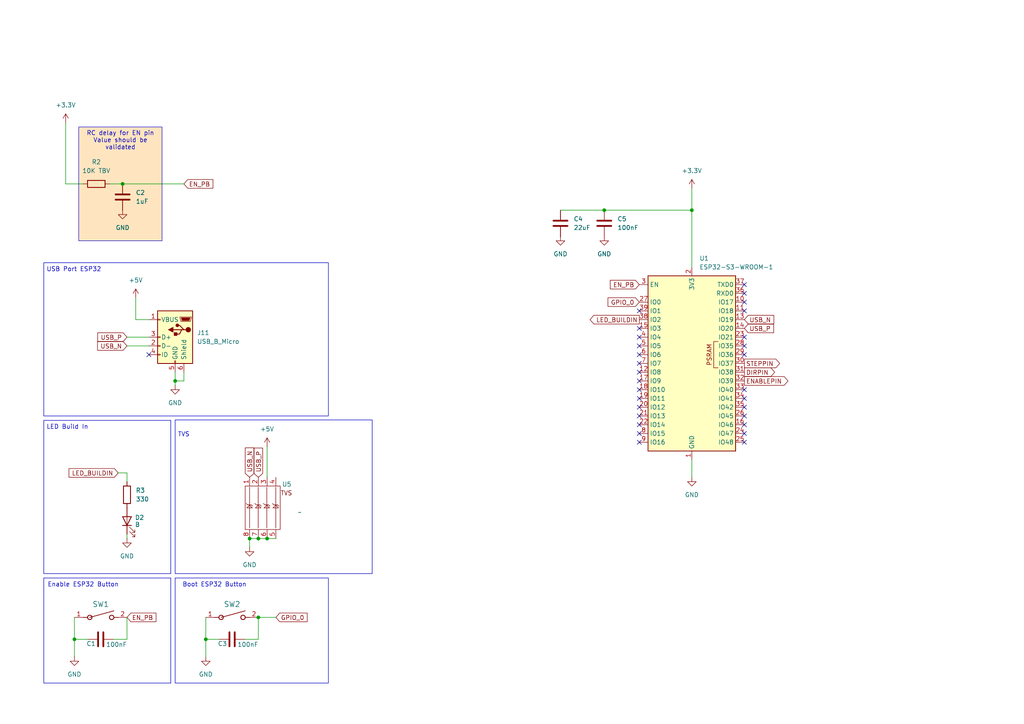
<source format=kicad_sch>
(kicad_sch (version 20231120) (generator "eeschema") (generator_version "8.0")
  (paper "A4")
  (lib_symbols
    (symbol "Connector:USB_B_Micro" (pin_names (offset 1.016))
      (property "Reference" "J" (at -5.08 11.43 0))
      (property "Value" "USB_B_Micro" (at -5.08 8.89 0))
      (symbol "USB_B_Micro_0_1"
        (rectangle (start -5.08 -7.62) (end 5.08 7.62) (stroke (width 0.254)) (fill (type background)))
        (circle (center -3.81 2.159) (radius 0.635) (stroke (width 0.254)) (fill (type outline)))
        (circle (center -0.635 3.429) (radius 0.381) (stroke (width 0.254)) (fill (type outline)))
        (rectangle (start -0.127 -7.62) (end 0.127 -6.858))
        (polyline (pts (xy -1.905 2.159) (xy 0.635 2.159)) (stroke (width 0.254)))
        (polyline (pts (xy -3.175 2.159) (xy -2.54 2.159) (xy -1.27 3.429) (xy -0.635 3.429)) (stroke (width 0.254)))
        (polyline (pts (xy -2.54 2.159) (xy -1.905 2.159) (xy -1.27 0.889) (xy 0 0.889)) (stroke (width 0.254)))
        (polyline (pts (xy 0.635 2.794) (xy 0.635 1.524) (xy 1.905 2.159) (xy 0.635 2.794)) (stroke (width 0.254)) (fill (type outline)))
        (polyline (pts (xy -4.318 5.588) (xy -1.778 5.588) (xy -2.032 4.826) (xy -4.064 4.826) (xy -4.318 5.588)) (fill (type outline)))
        (polyline (pts (xy -4.699 5.842) (xy -4.699 5.588) (xy -4.445 4.826) (xy -4.445 4.572) (xy -1.651 4.572) (xy -1.651 4.826) (xy -1.397 5.588) (xy -1.397 5.842) (xy -4.699 5.842)))
        (rectangle (start 0.254 1.27) (end -0.508 0.508) (stroke (width 0.254)) (fill (type outline)))
        (rectangle (start 5.08 -5.207) (end 4.318 -4.953))
        (rectangle (start 5.08 -2.667) (end 4.318 -2.413))
        (rectangle (start 5.08 -0.127) (end 4.318 0.127))
        (rectangle (start 5.08 4.953) (end 4.318 5.207))
      )
      (symbol "USB_B_Micro_1_1"
        (pin power_out line (at 7.62 5.08 180) (length 2.54) (name "VBUS") (number "1"))
        (pin bidirectional line (at 7.62 -2.54 180) (length 2.54) (name "D-") (number "2"))
        (pin bidirectional line (at 7.62 0 180) (length 2.54) (name "D+") (number "3"))
        (pin passive line (at 7.62 -5.08 180) (length 2.54) (name "ID") (number "4"))
        (pin power_out line (at 0 -10.16 90) (length 2.54) (name "GND") (number "5"))
        (pin passive line (at -2.54 -10.16 90) (length 2.54) (name "Shield") (number "6"))
      )
    )
    (symbol "Device:C" (pin_numbers hide) (pin_names (offset 0.254))
      (property "Reference" "C" (at 0.635 2.54 0))
      (property "Value" "C" (at 0.635 -2.54 0))
      (symbol "C_0_1"
        (polyline (pts (xy -2.032 -0.762) (xy 2.032 -0.762)) (stroke (width 0.508)))
        (polyline (pts (xy -2.032 0.762) (xy 2.032 0.762)) (stroke (width 0.508)))
      )
      (symbol "C_1_1"
        (pin passive line (at 0 3.81 270) (length 2.794) (name "~") (number "1"))
        (pin passive line (at 0 -3.81 90) (length 2.794) (name "~") (number "2"))
      )
    )
    (symbol "Device:LED" (pin_numbers hide) (pin_names (offset 1.016) hide)
      (property "Reference" "D" (at 0 2.54 0))
      (property "Value" "LED" (at 0 -2.54 0))
      (symbol "LED_0_1"
        (polyline (pts (xy -1.27 -1.27) (xy -1.27 1.27)) (stroke (width 0.254)))
        (polyline (pts (xy -1.27 0) (xy 1.27 0)))
        (polyline (pts (xy 1.27 -1.27) (xy 1.27 1.27) (xy -1.27 0) (xy 1.27 -1.27)) (stroke (width 0.254)))
        (polyline (pts (xy -3.048 -0.762) (xy -4.572 -2.286) (xy -3.81 -2.286) (xy -4.572 -2.286) (xy -4.572 -1.524)))
        (polyline (pts (xy -1.778 -0.762) (xy -3.302 -2.286) (xy -2.54 -2.286) (xy -3.302 -2.286) (xy -3.302 -1.524)))
      )
      (symbol "LED_1_1"
        (pin passive line (at -3.81 0 0) (length 2.54) (name "K") (number "1"))
        (pin passive line (at 3.81 0 180) (length 2.54) (name "A") (number "2"))
      )
    )
    (symbol "Device:R" (pin_numbers hide) (pin_names (offset 0))
      (property "Reference" "R" (at 2.032 0 90))
      (property "Value" "R" (at 0 0 90))
      (symbol "R_0_1"
        (rectangle (start -1.016 -2.54) (end 1.016 2.54) (stroke (width 0.254)))
      )
      (symbol "R_1_1"
        (pin passive line (at 0 3.81 270) (length 1.27) (name "~") (number "1"))
        (pin passive line (at 0 -3.81 90) (length 1.27) (name "~") (number "2"))
      )
    )
    (symbol "New_Library:TVS"
      (property "Reference" "U" (at 1.27 0 0))
      (symbol "TVS_0_1"
        (rectangle (start -10.17 0) (end -0.01 -12.61))
      )
      (symbol "TVS_1_1"
        (polyline (pts (xy -8.89 -0.34) (xy -8.89 -12.14)))
        (polyline (pts (xy -6.39 -0.34) (xy -6.39 -12.14)))
        (polyline (pts (xy -3.89 -0.34) (xy -3.89 -12.14)))
        (polyline (pts (xy -1.29 -0.34) (xy -1.29 -12.14)))
        (polyline (pts (xy -9.89 -5.04) (xy -9.49 -5.44) (xy -8.39 -5.44) (xy -7.99 -5.84)))
        (polyline (pts (xy -9.69 -6.34) (xy -8.09 -6.34) (xy -8.89 -5.54) (xy -9.69 -6.34)))
        (polyline (pts (xy -7.39 -5.04) (xy -6.99 -5.44) (xy -5.89 -5.44) (xy -5.49 -5.84)))
        (polyline (pts (xy -7.19 -6.34) (xy -5.59 -6.34) (xy -6.39 -5.54) (xy -7.19 -6.34)))
        (polyline (pts (xy -4.89 -5.04) (xy -4.49 -5.44) (xy -3.39 -5.44) (xy -2.99 -5.84)))
        (polyline (pts (xy -4.69 -6.34) (xy -3.09 -6.34) (xy -3.89 -5.54) (xy -4.69 -6.34)))
        (polyline (pts (xy -2.29 -5.04) (xy -1.89 -5.44) (xy -0.79 -5.44) (xy -0.39 -5.84)))
        (polyline (pts (xy -2.09 -6.34) (xy -0.49 -6.34) (xy -1.29 -5.54) (xy -2.09 -6.34)))
        (text "TVS\n" (at 1.778 -2.032 0) (effects (font (size 1.27 1.27))))
        (pin unspecified line (at -8.89 2.54 270) (length 2.54) (name "") (number "1"))
        (pin unspecified line (at -6.35 2.54 270) (length 2.54) (name "") (number "2"))
        (pin unspecified line (at -3.81 2.54 270) (length 2.54) (name "") (number "3"))
        (pin unspecified line (at -1.27 2.54 270) (length 2.54) (name "") (number "4"))
        (pin unspecified line (at -1.27 -15.24 90) (length 2.54) (name "") (number "5"))
        (pin unspecified line (at -3.81 -15.24 90) (length 2.54) (name "") (number "6"))
        (pin unspecified line (at -6.35 -15.24 90) (length 2.54) (name "") (number "7"))
        (pin unspecified line (at -8.89 -15.24 90) (length 2.54) (name "") (number "8"))
      )
    )
    (symbol "RF_Module:ESP32-S3-WROOM-1"
      (property "Reference" "U" (at -12.7 26.67 0))
      (property "Value" "ESP32-S3-WROOM-1" (at 12.7 26.67 0))
      (symbol "ESP32-S3-WROOM-1_0_0"
        (rectangle (start -12.7 25.4) (end 12.7 -25.4) (stroke (width 0.254)) (fill (type background)))
        (text "PSRAM" (at 5.08 2.54 900) (effects (font (size 1.27 1.27))))
      )
      (symbol "ESP32-S3-WROOM-1_0_1"
        (polyline (pts (xy 7.62 -1.27) (xy 6.35 -1.27) (xy 6.35 6.35) (xy 7.62 6.35)))
      )
      (symbol "ESP32-S3-WROOM-1_1_1"
        (pin power_in line (at 0 -27.94 90) (length 2.54) (name "GND") (number "1"))
        (pin bidirectional line (at 15.24 17.78 180) (length 2.54) (name "IO17") (number "10"))
        (pin bidirectional line (at 15.24 15.24 180) (length 2.54) (name "IO18") (number "11"))
        (pin bidirectional line (at -15.24 -2.54 0) (length 2.54) (name "IO8") (number "12"))
        (pin bidirectional line (at 15.24 12.7 180) (length 2.54) (name "IO19") (number "13"))
        (pin bidirectional line (at 15.24 10.16 180) (length 2.54) (name "IO20") (number "14"))
        (pin bidirectional line (at -15.24 10.16 0) (length 2.54) (name "IO3") (number "15"))
        (pin bidirectional line (at 15.24 -17.78 180) (length 2.54) (name "IO46") (number "16"))
        (pin bidirectional line (at -15.24 -5.08 0) (length 2.54) (name "IO9") (number "17"))
        (pin bidirectional line (at -15.24 -7.62 0) (length 2.54) (name "IO10") (number "18"))
        (pin bidirectional line (at -15.24 -10.16 0) (length 2.54) (name "IO11") (number "19"))
        (pin power_in line (at 0 27.94 270) (length 2.54) (name "3V3") (number "2"))
        (pin bidirectional line (at -15.24 -12.7 0) (length 2.54) (name "IO12") (number "20"))
        (pin bidirectional line (at -15.24 -15.24 0) (length 2.54) (name "IO13") (number "21"))
        (pin bidirectional line (at -15.24 -17.78 0) (length 2.54) (name "IO14") (number "22"))
        (pin bidirectional line (at 15.24 7.62 180) (length 2.54) (name "IO21") (number "23"))
        (pin bidirectional line (at 15.24 -20.32 180) (length 2.54) (name "IO47") (number "24"))
        (pin bidirectional line (at 15.24 -22.86 180) (length 2.54) (name "IO48") (number "25"))
        (pin bidirectional line (at 15.24 -15.24 180) (length 2.54) (name "IO45") (number "26"))
        (pin bidirectional line (at -15.24 17.78 0) (length 2.54) (name "IO0") (number "27"))
        (pin bidirectional line (at 15.24 5.08 180) (length 2.54) (name "IO35") (number "28"))
        (pin bidirectional line (at 15.24 2.54 180) (length 2.54) (name "IO36") (number "29"))
        (pin input line (at -15.24 22.86 0) (length 2.54) (name "EN") (number "3"))
        (pin bidirectional line (at 15.24 0 180) (length 2.54) (name "IO37") (number "30"))
        (pin bidirectional line (at 15.24 -2.54 180) (length 2.54) (name "IO38") (number "31"))
        (pin bidirectional line (at 15.24 -5.08 180) (length 2.54) (name "IO39") (number "32"))
        (pin bidirectional line (at 15.24 -7.62 180) (length 2.54) (name "IO40") (number "33"))
        (pin bidirectional line (at 15.24 -10.16 180) (length 2.54) (name "IO41") (number "34"))
        (pin bidirectional line (at 15.24 -12.7 180) (length 2.54) (name "IO42") (number "35"))
        (pin bidirectional line (at 15.24 20.32 180) (length 2.54) (name "RXD0") (number "36"))
        (pin bidirectional line (at 15.24 22.86 180) (length 2.54) (name "TXD0") (number "37"))
        (pin bidirectional line (at -15.24 12.7 0) (length 2.54) (name "IO2") (number "38"))
        (pin bidirectional line (at -15.24 15.24 0) (length 2.54) (name "IO1") (number "39"))
        (pin bidirectional line (at -15.24 7.62 0) (length 2.54) (name "IO4") (number "4"))
        (pin passive line (at 0 -27.94 90) (length 2.54) hide (name "GND") (number "40"))
        (pin passive line (at 0 -27.94 90) (length 2.54) hide (name "GND") (number "41"))
        (pin bidirectional line (at -15.24 5.08 0) (length 2.54) (name "IO5") (number "5"))
        (pin bidirectional line (at -15.24 2.54 0) (length 2.54) (name "IO6") (number "6"))
        (pin bidirectional line (at -15.24 0 0) (length 2.54) (name "IO7") (number "7"))
        (pin bidirectional line (at -15.24 -20.32 0) (length 2.54) (name "IO15") (number "8"))
        (pin bidirectional line (at -15.24 -22.86 0) (length 2.54) (name "IO16") (number "9"))
      )
    )
    (symbol "TS09_63_25_WT_160_SMT_TR:TS09-63-25-WT-160-SMT-TR" (pin_names (offset 0.254))
      (property "Reference" "SW" (at 7.62 3.81 0))
      (symbol "TS09-63-25-WT-160-SMT-TR_0_1"
        (polyline (pts (xy 2.54 0) (xy 3.81 0)) (stroke (width 0.2032)))
        (polyline (pts (xy 4.445 0) (xy 11.43 1.905)) (stroke (width 0.2032)))
        (polyline (pts (xy 12.7 0) (xy 11.43 0)) (stroke (width 0.2032)))
        (circle (center 4.445 0) (radius 0.635) (stroke (width 0.254)))
        (circle (center 10.795 0) (radius 0.635) (stroke (width 0.254)))
      )
      (symbol "TS09-63-25-WT-160-SMT-TR_1_1"
        (pin unspecified line (at 0 0 0) (length 2.54) (name "") (number "1"))
        (pin unspecified line (at 15.24 0 180) (length 2.54) (name "") (number "2"))
      )
    )
    (symbol "power:+3.3V" (power) (pin_numbers hide) (pin_names (offset 0) hide)
      (property "Value" "+3.3V" (at 0 3.556 0))
      (symbol "+3.3V_0_1"
        (polyline (pts (xy -0.762 1.27) (xy 0 2.54)))
        (polyline (pts (xy 0 0) (xy 0 2.54)))
        (polyline (pts (xy 0 2.54) (xy 0.762 1.27)))
      )
      (symbol "+3.3V_1_1"
        (pin power_in line (at 0 0 90) (length 0) (name "~") (number "1"))
      )
    )
    (symbol "power:+5V" (power) (pin_numbers hide) (pin_names (offset 0) hide)
      (property "Value" "+5V" (at 0 3.556 0))
      (symbol "+5V_0_1"
        (polyline (pts (xy -0.762 1.27) (xy 0 2.54)))
        (polyline (pts (xy 0 0) (xy 0 2.54)))
        (polyline (pts (xy 0 2.54) (xy 0.762 1.27)))
      )
      (symbol "+5V_1_1"
        (pin power_in line (at 0 0 90) (length 0) (name "~") (number "1"))
      )
    )
    (symbol "power:GND" (power) (pin_numbers hide) (pin_names (offset 0) hide)
      (property "Value" "GND" (at 0 -3.81 0))
      (symbol "GND_0_1"
        (polyline (pts (xy 0 0) (xy 0 -1.27) (xy 1.27 -1.27) (xy 0 -2.54) (xy -1.27 -1.27) (xy 0 -1.27)))
      )
      (symbol "GND_1_1"
        (pin power_in line (at 0 0 270) (length 0) (name "~") (number "1"))
      )
    )
  )
  (junction (at 72.39 156.21))
  (junction (at 50.8 110.49))
  (junction (at 21.59 185.42))
  (junction (at 35.56 53.34))
  (junction (at 74.93 156.21))
  (junction (at 175.26 60.96))
  (junction (at 77.47 156.21))
  (junction (at 59.69 185.42))
  (junction (at 200.66 60.96))
  (junction (at 74.93 179.07))
  (no_connect (at 185.42 123.19))
  (no_connect (at 185.42 102.87))
  (no_connect (at 185.42 120.65))
  (no_connect (at 185.42 105.41))
  (no_connect (at 215.9 118.11))
  (no_connect (at 185.42 110.49))
  (no_connect (at 215.9 100.33))
  (no_connect (at 215.9 125.73))
  (no_connect (at 185.42 113.03))
  (no_connect (at 215.9 90.17))
  (no_connect (at 185.42 125.73))
  (no_connect (at 185.42 95.25))
  (no_connect (at 215.9 115.57))
  (no_connect (at 215.9 102.87))
  (no_connect (at 215.9 87.63))
  (no_connect (at 185.42 128.27))
  (no_connect (at 215.9 97.79))
  (no_connect (at 185.42 100.33))
  (no_connect (at 185.42 107.95))
  (no_connect (at 215.9 120.65))
  (no_connect (at 215.9 123.19))
  (no_connect (at 185.42 97.79))
  (no_connect (at 215.9 113.03))
  (no_connect (at 185.42 115.57))
  (no_connect (at 215.9 128.27))
  (no_connect (at 185.42 90.17))
  (no_connect (at 185.42 118.11))
  (no_connect (at 43.18 102.87))
  (no_connect (at 215.9 85.09))
  (no_connect (at 215.9 82.55))
  (wire (pts (xy 19.05 53.34) (xy 24.13 53.34)))
  (wire (pts (xy 59.69 185.42) (xy 59.69 179.07)))
  (wire (pts (xy 77.47 129.54) (xy 77.47 138.43)))
  (wire (pts (xy 36.83 100.33) (xy 43.18 100.33)))
  (wire (pts (xy 36.83 154.94) (xy 36.83 156.21)))
  (wire (pts (xy 72.39 156.21) (xy 72.39 158.75)))
  (wire (pts (xy 21.59 185.42) (xy 25.4 185.42)))
  (wire (pts (xy 200.66 54.61) (xy 200.66 60.96)))
  (wire (pts (xy 31.75 53.34) (xy 35.56 53.34)))
  (wire (pts (xy 35.56 53.34) (xy 53.34 53.34)))
  (wire (pts (xy 36.83 185.42) (xy 36.83 179.07)))
  (wire (pts (xy 80.01 179.07) (xy 74.93 179.07)))
  (wire (pts (xy 53.34 110.49) (xy 50.8 110.49)))
  (wire (pts (xy 50.8 107.95) (xy 50.8 110.49)))
  (wire (pts (xy 74.93 185.42) (xy 74.93 179.07)))
  (wire (pts (xy 77.47 156.21) (xy 80.01 156.21)))
  (wire (pts (xy 63.5 185.42) (xy 59.69 185.42)))
  (wire (pts (xy 21.59 179.07) (xy 21.59 185.42)))
  (wire (pts (xy 72.39 156.21) (xy 74.93 156.21)))
  (wire (pts (xy 200.66 60.96) (xy 200.66 77.47)))
  (wire (pts (xy 200.66 133.35) (xy 200.66 138.43)))
  (wire (pts (xy 59.69 190.5) (xy 59.69 185.42)))
  (wire (pts (xy 162.56 60.96) (xy 175.26 60.96)))
  (wire (pts (xy 34.29 137.16) (xy 36.83 137.16)))
  (wire (pts (xy 39.37 92.71) (xy 43.18 92.71)))
  (wire (pts (xy 74.93 156.21) (xy 77.47 156.21)))
  (wire (pts (xy 71.12 185.42) (xy 74.93 185.42)))
  (wire (pts (xy 53.34 107.95) (xy 53.34 110.49)))
  (wire (pts (xy 39.37 86.36) (xy 39.37 92.71)))
  (wire (pts (xy 50.8 110.49) (xy 50.8 111.76)))
  (wire (pts (xy 175.26 60.96) (xy 200.66 60.96)))
  (wire (pts (xy 19.05 35.56) (xy 19.05 53.34)))
  (wire (pts (xy 21.59 190.5) (xy 21.59 185.42)))
  (wire (pts (xy 33.02 185.42) (xy 36.83 185.42)))
  (wire (pts (xy 36.83 137.16) (xy 36.83 139.7)))
  (wire (pts (xy 36.83 97.79) (xy 43.18 97.79)))
  (rectangle (start 12.7 167.64) (end 49.53 198.12))
  (rectangle (start 12.7 76.2) (end 95.25 120.65))
  (rectangle (start 50.8 167.64) (end 95.25 198.12))
  (rectangle (start 12.7 121.92) (end 49.53 166.37))
  (rectangle (start 50.8 121.8) (end 107.95 166.37))
  (text_box "RC delay for EN pin\nValue should be validated" (at 22.86 36.83 0) (size 24.13 33.02) (fill (type color) (color 255 229 191 1)) (effects (font (size 1.27 1.27)) (justify top)))
  (text "TVS\n" (at 51.562 126.118 0) (effects (font (size 1.27 1.27)) (justify left)))
  (text "Enable ESP32 Button" (at 24.13 169.672 0) (effects (font (size 1.27 1.27))))
  (text "LED Build In" (at 13.462 123.952 0) (effects (font (size 1.27 1.27)) (justify left)))
  (text "Boot ESP32 Button" (at 62.23 169.672 0) (effects (font (size 1.27 1.27))))
  (text "USB Port ESP32" (at 13.462 78.232 0) (effects (font (size 1.27 1.27)) (justify left)))
  (global_label "GPIO_0" (shape input) (at 80.01 179.07 0) (property "Intersheetrefs" "${INTERSHEET_REFS}" (effects (hide yes))))
  (global_label "LED_BUILDIN" (shape input) (at 34.29 137.16 180) (property "Intersheetrefs" "${INTERSHEET_REFS}" (effects (hide yes))))
  (global_label "EN_PB" (shape input) (at 185.42 82.55 180) (property "Intersheetrefs" "${INTERSHEET_REFS}" (effects (hide yes))))
  (global_label "DIRPIN" (shape output) (at 215.9 107.95 0) (property "Intersheetrefs" "${INTERSHEET_REFS}" (effects (hide yes))))
  (global_label "USB_N" (shape input) (at 72.39 138.43 90) (property "Intersheetrefs" "${INTERSHEET_REFS}" (effects (hide yes))))
  (global_label "USB_P" (shape input) (at 215.9 95.25 0) (property "Intersheetrefs" "${INTERSHEET_REFS}" (effects (hide yes))))
  (global_label "ENABLEPIN" (shape output) (at 215.9 110.49 0) (property "Intersheetrefs" "${INTERSHEET_REFS}" (effects (hide yes))))
  (global_label "GPIO_0" (shape input) (at 185.42 87.63 180) (property "Intersheetrefs" "${INTERSHEET_REFS}" (effects (hide yes))))
  (global_label "USB_N" (shape input) (at 215.9 92.71 0) (property "Intersheetrefs" "${INTERSHEET_REFS}" (effects (hide yes))))
  (global_label "STEPPIN" (shape output) (at 215.9 105.41 0) (property "Intersheetrefs" "${INTERSHEET_REFS}" (effects (hide yes))))
  (global_label "LED_BUILDIN" (shape output) (at 185.42 92.71 180) (property "Intersheetrefs" "${INTERSHEET_REFS}" (effects (hide yes))))
  (global_label "USB_N" (shape input) (at 36.83 100.33 180) (property "Intersheetrefs" "${INTERSHEET_REFS}" (effects (hide yes))))
  (global_label "EN_PB" (shape input) (at 53.34 53.34 0) (property "Intersheetrefs" "${INTERSHEET_REFS}" (effects (hide yes))))
  (global_label "EN_PB" (shape input) (at 36.83 179.07 0) (property "Intersheetrefs" "${INTERSHEET_REFS}" (effects (hide yes))))
  (global_label "USB_P" (shape input) (at 36.83 97.79 180) (property "Intersheetrefs" "${INTERSHEET_REFS}" (effects (hide yes))))
  (global_label "USB_P" (shape input) (at 74.93 138.43 90) (property "Intersheetrefs" "${INTERSHEET_REFS}" (effects (hide yes))))
  (symbol (lib_id "Device:R") (at 36.83 143.51 180) (unit 1)
    (property "Reference" "R3" (at 39.37 142.2399 0) (effects (justify right)))
    (property "Value" "330" (at 39.37 144.7799 0) (effects (justify right)))
    (property "Footprint" "Resistor_SMD:R_0805_2012Metric_Pad1.20x1.40mm_HandSolder" (effects (hide yes)))
    (property "Description" "Resistor" (effects (hide yes)))
  )
  (symbol (lib_id "New_Library:TVS") (at 81.28 140.97 0) (unit 1)
    (property "Reference" "U5" (at 81.788 140.462 0) (effects (justify left)))
    (property "Value" "~" (at 86.36 148.59 0) (effects (justify left)))
    (property "Footprint" "Package_SO:SO-8_3.9x4.9mm_P1.27mm" (effects (hide yes)))
  )
  (symbol (lib_id "power:GND") (at 35.56 60.96 0) (unit 1)
    (property "Reference" "#PWR019" (effects (hide yes)))
    (property "Value" "GND" (at 35.56 66.04 0))
    (property "Description" "Power symbol creates a global label with name \"GND\" , ground" (effects (hide yes)))
  )
  (symbol (lib_id "power:GND") (at 50.8 111.76 0) (unit 1)
    (property "Reference" "#PWR028" (effects (hide yes)))
    (property "Value" "GND" (at 50.8 116.84 0))
    (property "Description" "Power symbol creates a global label with name \"GND\" , ground" (effects (hide yes)))
  )
  (symbol (lib_id "power:+3.3V") (at 19.05 35.56 0) (unit 1)
    (property "Reference" "#PWR017" (effects (hide yes)))
    (property "Value" "+3.3V" (at 19.05 30.48 0))
    (property "Description" "Power symbol creates a global label with name \"+3.3V\"" (effects (hide yes)))
  )
  (symbol (lib_id "TS09_63_25_WT_160_SMT_TR:TS09-63-25-WT-160-SMT-TR") (at 59.69 179.07 0) (unit 1)
    (property "Reference" "SW2" (at 67.31 175.26 0) (effects (font (size 1.524 1.524))))
    (property "Value" "TS09-63-25-WT-160-SMT-TR" (effects (hide yes)))
    (property "Footprint" "Button_Switch_SMD:SW_DIP_SPSTx01_Slide_6.7x4.1mm_W8.61mm_P2.54mm_LowProfile" (effects (hide yes)))
    (property "Datasheet" "TS09-63-25-WT-160-SMT-TR" (effects (hide yes)))
  )
  (symbol (lib_id "Connector:USB_B_Micro") (at 50.8 97.79 0) (mirror y) (unit 1)
    (property "Reference" "J11" (at 57.15 96.5199 0) (effects (justify right)))
    (property "Value" "USB_B_Micro" (at 57.15 99.0599 0) (effects (justify right)))
    (property "Footprint" "Connector_USB:USB_Micro-B_Amphenol_10118194_Horizontal" (effects (hide yes)))
    (property "Description" "USB Micro Type B connector" (effects (hide yes)))
  )
  (symbol (lib_id "TS09_63_25_WT_160_SMT_TR:TS09-63-25-WT-160-SMT-TR") (at 21.59 179.07 0) (unit 1)
    (property "Reference" "SW1" (at 29.21 175.26 0) (effects (font (size 1.524 1.524))))
    (property "Value" "TS09-63-25-WT-160-SMT-TR" (effects (hide yes)))
    (property "Footprint" "Button_Switch_SMD:SW_DIP_SPSTx01_Slide_6.7x4.1mm_W8.61mm_P2.54mm_LowProfile" (effects (hide yes)))
    (property "Datasheet" "TS09-63-25-WT-160-SMT-TR" (effects (hide yes)))
  )
  (symbol (lib_id "Device:R") (at 27.94 53.34 90) (unit 1)
    (property "Reference" "R2" (at 27.94 46.99 90))
    (property "Value" "10K TBV" (at 27.94 49.53 90))
    (property "Footprint" "Resistor_SMD:R_0805_2012Metric_Pad1.20x1.40mm_HandSolder" (effects (hide yes)))
    (property "Description" "Resistor" (effects (hide yes)))
  )
  (symbol (lib_id "power:GND") (at 59.69 190.5 0) (unit 1)
    (property "Reference" "#PWR020" (effects (hide yes)))
    (property "Value" "GND" (at 59.69 195.58 0))
    (property "Description" "Power symbol creates a global label with name \"GND\" , ground" (effects (hide yes)))
  )
  (symbol (lib_id "power:GND") (at 21.59 190.5 0) (unit 1)
    (property "Reference" "#PWR016" (effects (hide yes)))
    (property "Value" "GND" (at 21.59 195.58 0))
    (property "Description" "Power symbol creates a global label with name \"GND\" , ground" (effects (hide yes)))
  )
  (symbol (lib_id "power:+5V") (at 39.37 86.36 0) (unit 1)
    (property "Reference" "#PWR027" (effects (hide yes)))
    (property "Value" "+5V" (at 39.37 81.28 0))
    (property "Description" "Power symbol creates a global label with name \"+5V\"" (effects (hide yes)))
  )
  (symbol (lib_id "Device:C") (at 29.21 185.42 90) (unit 1)
    (property "Reference" "C1" (at 26.416 186.69 90))
    (property "Value" "100nF" (at 33.782 186.944 90))
    (property "Footprint" "Capacitor_SMD:C_0805_2012Metric_Pad1.18x1.45mm_HandSolder" (effects (hide yes)))
    (property "Description" "Unpolarized capacitor" (effects (hide yes)))
  )
  (symbol (lib_id "power:+5V") (at 77.47 129.54 0) (unit 1)
    (property "Reference" "#PWR023" (effects (hide yes)))
    (property "Value" "+5V" (at 77.47 124.46 0))
    (property "Description" "Power symbol creates a global label with name \"+5V\"" (effects (hide yes)))
  )
  (symbol (lib_id "power:GND") (at 36.83 156.21 0) (unit 1)
    (property "Reference" "#PWR018" (effects (hide yes)))
    (property "Value" "GND" (at 36.83 161.29 0))
    (property "Description" "Power symbol creates a global label with name \"GND\" , ground" (effects (hide yes)))
  )
  (symbol (lib_id "power:GND") (at 175.26 68.58 0) (unit 1)
    (property "Reference" "#PWR022" (effects (hide yes)))
    (property "Value" "GND" (at 175.26 73.66 0))
    (property "Description" "Power symbol creates a global label with name \"GND\" , ground" (effects (hide yes)))
  )
  (symbol (lib_id "Device:C") (at 35.56 57.15 0) (unit 1)
    (property "Reference" "C2" (at 39.37 55.8799 0) (effects (justify left)))
    (property "Value" "1uF" (at 39.37 58.4199 0) (effects (justify left)))
    (property "Footprint" "Capacitor_SMD:C_0805_2012Metric_Pad1.18x1.45mm_HandSolder" (effects (hide yes)))
    (property "Description" "Unpolarized capacitor" (effects (hide yes)))
  )
  (symbol (lib_id "Device:C") (at 175.26 64.77 0) (unit 1)
    (property "Reference" "C5" (at 179.07 63.4999 0) (effects (justify left)))
    (property "Value" "100nF" (at 179.07 66.0399 0) (effects (justify left)))
    (property "Footprint" "Capacitor_SMD:C_0805_2012Metric_Pad1.18x1.45mm_HandSolder" (effects (hide yes)))
    (property "Description" "Unpolarized capacitor" (effects (hide yes)))
  )
  (symbol (lib_id "power:GND") (at 162.56 68.58 0) (unit 1)
    (property "Reference" "#PWR021" (effects (hide yes)))
    (property "Value" "GND" (at 162.56 73.66 0))
    (property "Description" "Power symbol creates a global label with name \"GND\" , ground" (effects (hide yes)))
  )
  (symbol (lib_id "Device:LED") (at 36.83 151.13 90) (unit 1)
    (property "Reference" "D2" (at 39.116 150.114 90) (effects (justify right)))
    (property "Value" "B" (at 39.116 152.146 90) (effects (justify right)))
    (property "Footprint" "LED_SMD:LED_0805_2012Metric_Pad1.15x1.40mm_HandSolder" (effects (hide yes)))
    (property "Datasheet" "https://www.we-online.com/components/products/datasheet/150080SS75000.pdf" (effects (hide yes)))
    (property "Description" "Light emitting diode | 150080SS75000" (effects (hide yes)))
  )
  (symbol (lib_id "RF_Module:ESP32-S3-WROOM-1") (at 200.66 105.41 0) (unit 1)
    (property "Reference" "U1" (at 202.8541 74.93 0) (effects (justify left)))
    (property "Value" "ESP32-S3-WROOM-1" (at 202.8541 77.47 0) (effects (justify left)))
    (property "Footprint" "RF_Module:ESP32-S3-WROOM-1" (effects (hide yes)))
    (property "Datasheet" "https://www.espressif.com/sites/default/files/documentation/esp32-s3-wroom-1_wroom-1u_datasheet_en.pdf" (effects (hide yes)))
    (property "Description" "RF Module, ESP32-S3 SoC, Wi-Fi 802.11b/g/n, Bluetooth, BLE, 32-bit, 3.3V, onboard antenna, SMD" (effects (hide yes)))
  )
  (symbol (lib_id "Device:C") (at 67.31 185.42 90) (unit 1)
    (property "Reference" "C3" (at 64.516 186.69 90))
    (property "Value" "100nF" (at 71.882 186.944 90))
    (property "Footprint" "Capacitor_SMD:C_0805_2012Metric_Pad1.18x1.45mm_HandSolder" (effects (hide yes)))
    (property "Description" "Unpolarized capacitor" (effects (hide yes)))
  )
  (symbol (lib_id "power:+3.3V") (at 200.66 54.61 0) (unit 1)
    (property "Reference" "#PWR025" (effects (hide yes)))
    (property "Value" "+3.3V" (at 200.66 49.53 0))
    (property "Description" "Power symbol creates a global label with name \"+3.3V\"" (effects (hide yes)))
  )
  (symbol (lib_id "Device:C") (at 162.56 64.77 0) (unit 1)
    (property "Reference" "C4" (at 166.37 63.4999 0) (effects (justify left)))
    (property "Value" "22uF" (at 166.37 66.0399 0) (effects (justify left)))
    (property "Footprint" "Capacitor_SMD:C_0805_2012Metric_Pad1.18x1.45mm_HandSolder" (effects (hide yes)))
    (property "Description" "Unpolarized capacitor" (effects (hide yes)))
  )
  (symbol (lib_id "power:GND") (at 72.39 158.75 0) (unit 1)
    (property "Reference" "#PWR024" (effects (hide yes)))
    (property "Value" "GND" (at 72.39 163.83 0))
    (property "Description" "Power symbol creates a global label with name \"GND\" , ground" (effects (hide yes)))
  )
  (symbol (lib_id "power:GND") (at 200.66 138.43 0) (unit 1)
    (property "Reference" "#PWR026" (effects (hide yes)))
    (property "Value" "GND" (at 200.66 143.51 0))
    (property "Description" "Power symbol creates a global label with name \"GND\" , ground" (effects (hide yes)))
  )
)
</source>
